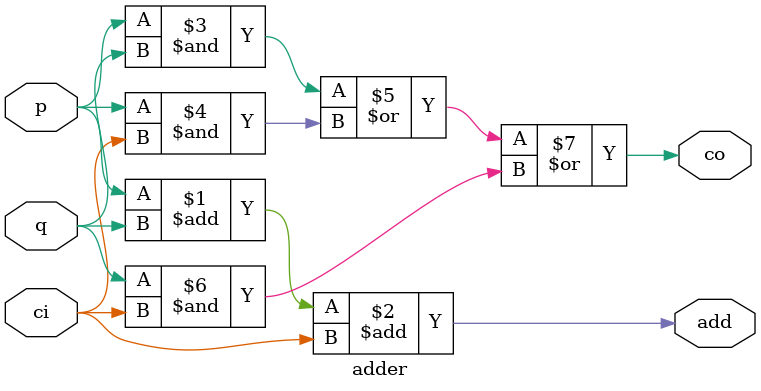
<source format=v>
module top_module( 
    input [99:0] a, b,
    input cin,
    output [99:0] cout,
    output [99:0] sum );
	genvar i;
    adder add1 (.p(a[0]), .q(b[0]), .ci(cin), .co(cout[0]), .add(sum[0]));
    //always @(*) begin 
        generate
            for(i = 1;i < 100; i = i+1) begin : add_100

                adder add100 (.p(a[i]), .q(b[i]), .ci(cout[i-1]), .co(cout[i]), .add(sum[i]) );

            end 
        endgenerate
    //end                                                           
endmodule

module adder(      
    input p,input q, input ci,
    output co, output add );
    assign add = p + q + ci;
    assign co = p&q | p&ci | q&ci;
endmodule    
   

</source>
